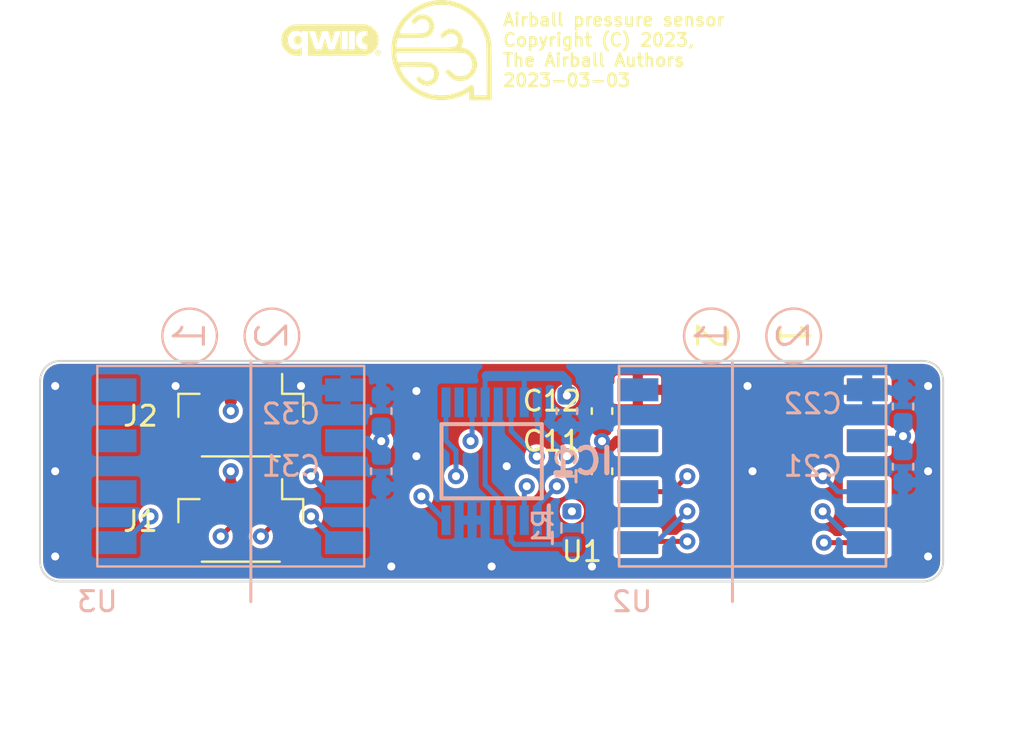
<source format=kicad_pcb>
(kicad_pcb (version 20211014) (generator pcbnew)
  (layers (0 "F.Cu" signal) (1 "In1.Cu" signal) (2 "In2.Cu" signal) (31 "B.Cu" signal) (34 "B.Paste" user) (35 "F.Paste" user) (36 "B.SilkS" user "B.Silkscreen") (37 "F.SilkS" user "F.Silkscreen") (38 "B.Mask" user) (39 "F.Mask" user) (44 "Edge.Cuts" user))
  (net 0 "")
  (net 1 "+3V3")
  (net 2 "GND")
  (net 3 "Net-(IC1-Pad3)")
  (net 5 "/!CS1")
  (net 6 "/MISO")
  (net 7 "/SCLK")
  (net 8 "/!CS0")
  (net 9 "/!CS2")
  (net 10 "/SCL")
  (net 11 "/SDA")
  (footprint "airball-hardware:JST_SH_BM04B-SRSS-TB_1x04-1MP_P1.00mm_Vertical" (layer "F.Cu") (at -12.5 8 180)
    (fp_text reference "J1" (at 5 0) (layer "F.SilkS"))
    (fp_text value "Conn_01x04_Male")
    (fp_line (start -3.11 1.11) (end -2.06 1.11) (layer "F.SilkS") (width 0.12))
    (fp_line (start 3.11 -0.04) (end 3.11 1.11) (layer "F.SilkS") (width 0.12))
    (fp_line (start 3.11 1.11) (end 2.06 1.11) (layer "F.SilkS") (width 0.12))
    (fp_line (start -3.11 -0.04) (end -3.11 1.11) (layer "F.SilkS") (width 0.12))
    (fp_line (start -1.94 -2.01) (end 1.94 -2.01) (layer "F.SilkS") (width 0.12))
    (fp_line (start -2.06 1.11) (end -2.06 2.1) (layer "F.SilkS") (width 0.12))
    (pad "1" smd roundrect (at -1.5 1.325 180) (size 0.6 1.55) (layers "F.Cu" "F.Paste" "F.Mask") (net 10 "/SCL"))
    (pad "2" smd roundrect (at -0.5 1.325 180) (size 0.6 1.55) (layers "F.Cu" "F.Paste" "F.Mask") (net 11 "/SDA"))
    (pad "3" smd roundrect (at 0.5 1.325 180) (size 0.6 1.55) (layers "F.Cu" "F.Paste" "F.Mask") (net 1 "+3V3"))
    (pad "4" smd roundrect (at 1.5 1.325 180) (size 0.6 1.55) (layers "F.Cu" "F.Paste" "F.Mask") (net 2 "GND"))
    (pad "MP" smd roundrect (at -2.8 -1.2 180) (size 1.2 1.8) (layers "F.Cu" "F.Paste" "F.Mask") (roundrect_rratio 0.2083333333))
    (pad "MP" smd roundrect (at 2.8 -1.2 180) (size 1.2 1.8) (layers "F.Cu" "F.Paste" "F.Mask") (roundrect_rratio 0.2083333333))
  )
  (footprint "airball-hardware:TruStability SMT" (layer "F.Cu") (at 13 5.25 -90)
    (fp_text reference "U1" (at 4.25 8.5 unlocked) (layer "F.SilkS"))
    (fp_text value "TruStability_SPI")
    (fp_text user "2" (at -6.5 2.05 -90 unlocked) (layer "F.SilkS") (effects (font (size 1.5 1.5))))
    (fp_text user "1" (at -6.5 -2.05 -90 unlocked) (layer "F.SilkS") (effects (font (size 1.5 1.5))))
    (fp_rect (start -5 -6.65) (end 5 6.65) (layer "F.SilkS") (width 0.12) (fill none))
    (fp_circle (center -6.5 -2.05) (end -5.23 -2.54) (layer "F.SilkS") (width 0.12) (fill none))
    (fp_circle (center -6.5 2.05) (end -5.23 2.54) (layer "F.SilkS") (width 0.12) (fill none))
    (pad "1" smd rect (at -3.81 5.716 270) (size 1.143 2.032) (layers "F.Cu" "F.Paste" "F.Mask") (net 2 "GND"))
    (pad "2" smd rect (at -1.27 5.716 270) (size 1.143 2.032) (layers "F.Cu" "F.Paste" "F.Mask") (net 1 "+3V3"))
    (pad "3" smd rect (at 1.27 5.716 270) (size 1.143 2.032) (layers "F.Cu" "F.Paste" "F.Mask") (net 6 "/MISO"))
    (pad "4" smd rect (at 3.81 5.716 270) (size 1.143 2.032) (layers "F.Cu" "F.Paste" "F.Mask") (net 7 "/SCLK"))
    (pad "5" smd rect (at 3.81 -5.716 270) (size 1.143 2.032) (layers "F.Cu" "F.Paste" "F.Mask") (net 8 "/!CS0"))
    (pad "6" smd rect (at 1.27 -5.716 270) (size 1.143 2.032) (layers "F.Cu" "F.Paste" "F.Mask"))
    (pad "7" smd rect (at -1.27 -5.716 270) (size 1.143 2.032) (layers "F.Cu" "F.Paste" "F.Mask"))
    (pad "8" smd rect (at -3.81 -5.716 270) (size 1.143 2.032) (layers "F.Cu" "F.Paste" "F.Mask"))
  )
  (footprint "airball-hardware:qwiic-logo-5mm" (layer "F.Cu") (at -8 -16)
    (fp_text reference "G***" hide)
    (fp_text value "LOGO" hide)
    (fp_poly (pts (xy 2.391002 0.490621) (xy 2.433185 0.512854) (xy 2.465219 0.547791) (xy 2.485023 0.593698) (xy 2.487537 0.605124) (xy 2.487311 0.647755) (xy 2.473214 0.690485) (xy 2.447903 0.728499) (xy 2.414036 0.756982) (xy 2.399712 0.764207) (xy 2.367973 0.772643) (xy 2.331758 0.775322) (xy 2.298597 0.772133) (xy 2.280482 0.765948) (xy 2.239392 0.735242) (xy 2.210759 0.696987) (xy 2.195297 0.6542) (xy 2.194428 0.629796) (xy 2.228751 0.629796) (xy 2.229796 0.660219) (xy 2.23449 0.680223) (xy 2.245172 0.696585) (xy 2.25564 0.707684) (xy 2.289668 0.731342) (xy 2.32909 0.742647) (xy 2.369085 0.741273) (xy 2.404832 0.726892) (xy 2.415634 0.718556) (xy 2.442597 0.683978) (xy 2.45497 0.645061) (xy 2.453503 0.605341) (xy 2.438945 0.568355) (xy 2.412046 0.537639) (xy 2.373555 0.516731) (xy 2.372795 0.516478) (xy 2.333014 0.512001) (xy 2.293219 0.523349) (xy 2.256919 0.549464) (xy 2.254258 0.552173) (xy 2.239441 0.569905) (xy 2.231768 0.587701) (xy 2.228998 0.612379) (xy 2.228751 0.629796) (xy 2.194428 0.629796) (xy 2.193719 0.609903) (xy 2.206736 0.567115) (xy 2.226595 0.537729) (xy 2.261733 0.505363) (xy 2.299102 0.487817) (xy 2.34075 0.482825)) (layer "F.SilkS") (width 0) (fill solid))
    (fp_poly (pts (xy 2.36562 0.556898) (xy 2.391428 0.570924) (xy 2.403892 0.591968) (xy 2.401578 0.618125) (xy 2.391708 0.636627) (xy 2.382757 0.652138) (xy 2.384861 0.663157) (xy 2.391708 0.671557) (xy 2.403813 0.688062) (xy 2.401607 0.696387) (xy 2.38807 0.698371) (xy 2.370897 0.690746) (xy 2.360821 0.676816) (xy 2.347726 0.66005) (xy 2.332747 0.655818) (xy 2.320976 0.664385) (xy 2.317725 0.674573) (xy 2.309634 0.690998) (xy 2.299881 0.69676) (xy 2.292551 0.696394) (xy 2.28805 0.689779) (xy 2.285712 0.673766) (xy 2.284865 0.645206) (xy 2.284793 0.625717) (xy 2.284793 0.603531) (xy 2.31928 0.603531) (xy 2.320965 0.622114) (xy 2.329159 0.628372) (xy 2.34299 0.627813) (xy 2.36075 0.622323) (xy 2.366543 0.608332) (xy 2.366701 0.603531) (xy 2.362909 0.586949) (xy 2.348252 0.579996) (xy 2.34299 0.579248) (xy 2.326508 0.57927) (xy 2.320187 0.587878) (xy 2.31928 0.603531) (xy 2.284793 0.603531) (xy 2.284793 0.551799) (xy 2.327902 0.551799)) (layer "F.SilkS") (width 0) (fill solid))
    (fp_poly (pts (xy 1.776103 -0.76945) (xy 1.885836 -0.731874) (xy 1.988013 -0.679972) (xy 2.081154 -0.614997) (xy 2.163778 -0.538204) (xy 2.234407 -0.450847) (xy 2.291558 -0.354179) (xy 2.307813 -0.319052) (xy 2.3313 -0.260558) (xy 2.347879 -0.207982) (xy 2.358849 -0.155332) (xy 2.365504 -0.096619) (xy 2.368733 -0.037582) (xy 2.366832 0.074852) (xy 2.351831 0.178038) (xy 2.322965 0.274775) (xy 2.279473 0.367859) (xy 2.24112 0.430548) (xy 2.169506 0.522385) (xy 2.086038 0.602032) (xy 1.99174 0.668764) (xy 1.887637 0.721855) (xy 1.774754 0.760579) (xy 1.774533 0.760639) (xy 1.702817 0.779815) (xy 0.273744 0.782423) (xy -1.155329 0.78503) (xy -1.155329 -0.448336) (xy -1.111968 -0.448336) (xy -1.096169 -0.407383) (xy -1.090145 -0.391318) (xy -1.07886 -0.360778) (xy -1.062948 -0.317493) (xy -1.043044 -0.263195) (xy -1.019779 -0.199612) (xy -0.993788 -0.128475) (xy -0.965705 -0.051515) (xy -0.936162 0.029539) (xy -0.930434 0.045265) (xy -0.780499 0.456959) (xy -0.483733 0.456959) (xy -0.445155 0.334097) (xy -0.428553 0.281096) (xy -0.408905 0.218167) (xy -0.388252 0.151857) (xy -0.368634 0.088716) (xy -0.361178 0.064664) (xy -0.346258 0.017023) (xy -0.332833 -0.024848) (xy -0.321816 -0.058183) (xy -0.31412 -0.080214) (xy -0.310826 -0.088045) (xy -0.307054 -0.081927) (xy -0.299116 -0.061459) (xy -0.287753 -0.028819) (xy -0.273707 0.013813) (xy -0.257721 0.064258) (xy -0.246206 0.101636) (xy -0.227628 0.162548) (xy -0.209118 0.223138) (xy -0.191799 0.279731) (xy -0.176799 0.328647) (xy -0.165242 0.366211) (xy -0.161845 0.377207) (xy -0.137151 0.456959) (xy 0.160255 0.456959) (xy 0.525933 0.456959) (xy 0.827699 0.456959) (xy 0.87943 0.456959) (xy 1.181195 0.456959) (xy 1.181195 -0.029315) (xy 1.236328 -0.029315) (xy 1.237123 0.055178) (xy 1.251172 0.138177) (xy 1.278713 0.216918) (xy 1.309003 0.272502) (xy 1.361047 0.33783) (xy 1.423955 0.389951) (xy 1.497195 0.428596) (xy 1.580233 0.453498) (xy 1.672534 0.464389) (xy 1.69204 0.464862) (xy 1.767481 0.465581) (xy 1.767481 0.22653) (xy 1.711176 0.22201) (xy 1.658574 0.212733) (xy 1.617858 0.193024) (xy 1.58578 0.160709) (xy 1.563675 0.123351) (xy 1.54438 0.067836) (xy 1.537563 0.008968) (xy 1.542691 -0.049385) (xy 1.559231 -0.103358) (xy 1.586652 -0.149085) (xy 1.603681 -0.167114) (xy 1.6459 -0.195529) (xy 1.693605 -0.21161) (xy 1.735693 -0.213869) (xy 1.76317 -0.211235) (xy 1.765563 -0.334097) (xy 1.767955 -0.456958) (xy 1.739697 -0.458326) (xy 1.641868 -0.45596) (xy 1.552416 -0.439135) (xy 1.471895 -0.408042) (xy 1.400859 -0.362874) (xy 1.360896 -0.32694) (xy 1.31107 -0.264115) (xy 1.273541 -0.191726) (xy 1.248547 -0.112538) (xy 1.236328 -0.029315) (xy 1.181195 -0.029315) (xy 1.181195 -0.448336) (xy 0.87943 -0.448336) (xy 0.87943 0.456959) (xy 0.827699 0.456959) (xy 0.827699 -0.448336) (xy 0.525933 -0.448336) (xy 0.525933 0.456959) (xy 0.160255 0.456959) (xy 0.301336 0.071131) (xy 0.330669 -0.009089) (xy 0.358987 -0.086535) (xy 0.385576 -0.159254) (xy 0.409721 -0.225289) (xy 0.430707 -0.282685) (xy 0.447819 -0.329486) (xy 0.460341 -0.363737) (xy 0.466915 -0.38172) (xy 0.491413 -0.448743) (xy 0.343832 -0.446384) (xy 0.196252 -0.444025) (xy 0.109325 -0.148727) (xy 0.089161 -0.080665) (xy 0.070391 -0.018144) (xy 0.053591 0.036982) (xy 0.039336 0.082859) (xy 0.028203 0.11763) (xy 0.020768 0.139441) (xy 0.017666 0.146468) (xy 0.014273 0.138461) (xy 0.006718 0.115726) (xy -0.004437 0.080117) (xy -0.018626 0.033489) (xy -0.035284 -0.022305) (xy -0.053848 -0.085408) (xy -0.072891 -0.150986) (xy -0.158715 -0.448336) (xy -0.446999 -0.448336) (xy -0.455912 -0.420315) (xy -0.46083 -0.404077) (xy -0.470157 -0.372493) (xy -0.483538 -0.326787) (xy -0.500615 -0.268187) (xy -0.521032 -0.197917) (xy -0.544433 -0.117203) (xy -0.570461 -0.027271) (xy -0.598761 0.070654) (xy -0.610482 0.111249) (xy -0.623928 0.157834) (xy -0.633982 0.128493) (xy -0.638807 0.113255) (xy -0.647817 0.083679) (xy -0.660353 0.041976) (xy -0.675753 -0.009642) (xy -0.693358 -0.068966) (xy -0.712506 -0.133784) (xy -0.72452 -0.174592) (xy -0.805005 -0.448336) (xy -1.111968 -0.448336) (xy -1.155329 -0.448336) (xy -1.457094 -0.448336) (xy -1.457094 -0.396605) (xy -1.458935 -0.366589) (xy -1.463801 -0.348503) (xy -1.47071 -0.344045) (xy -1.478678 -0.354915) (xy -1.479726 -0.357503) (xy -1.49023 -0.369968) (xy -1.511707 -0.387062) (xy -1.539644 -0.405816) (xy -1.569535 -0.423266) (xy -1.596868 -0.436443) (xy -1.603666 -0.43904) (xy -1.679573 -0.457164) (xy -1.75704 -0.460035) (xy -1.83351 -0.448594) (xy -1.90643 -0.423786) (xy -1.973242 -0.386552) (xy -2.031393 -0.337837) (xy -2.078327 -0.278583) (xy -2.089349 -0.259794) (xy -2.118954 -0.189496) (xy -2.137877 -0.109726) (xy -2.146123 -0.024549) (xy -2.143695 0.061974) (xy -2.130597 0.145779) (xy -2.106832 0.222804) (xy -2.08887 0.261454) (xy -2.05831 0.307528) (xy -2.017879 0.352921) (xy -1.972615 0.392714) (xy -1.927554 0.421991) (xy -1.921144 0.425162) (xy -1.864521 0.447559) (xy -1.807323 0.460438) (xy -1.743567 0.464866) (xy -1.703274 0.464075) (xy -1.633708 0.45589) (xy -1.574944 0.436987) (xy -1.523195 0.405841) (xy -1.492361 0.379119) (xy -1.457094 0.344894) (xy -1.457094 0.78459) (xy -1.605822 0.783737) (xy -1.661069 0.782787) (xy -1.716201 0.780726) (xy -1.76642 0.777808) (xy -1.806926 0.77429) (xy -1.823813 0.772117) (xy -1.934947 0.746315) (xy -2.039968 0.704917) (xy -2.137583 0.648885) (xy -2.226498 0.57918) (xy -2.305421 0.496762) (xy -2.373056 0.402592) (xy -2.409694 0.336855) (xy -2.449001 0.239956) (xy -2.474337 0.136188) (xy -2.4857 0.028575) (xy -2.483085 -0.079863) (xy -2.466491 -0.186103) (xy -2.435912 -0.287121) (xy -2.410458 -0.344755) (xy -2.349228 -0.449035) (xy -2.2768 -0.540203) (xy -2.193206 -0.618235) (xy -2.09848 -0.683103) (xy -1.992654 -0.734782) (xy -1.875761 -0.773244) (xy -1.87299 -0.773961) (xy -1.865411 -0.775707) (xy -1.856339 -0.777313) (xy -1.845058 -0.778783) (xy -1.830852 -0.780124) (xy -1.813003 -0.781342) (xy -1.790795 -0.782442) (xy -1.763513 -0.783431) (xy -1.730438 -0.784315) (xy -1.690854 -0.785098) (xy -1.644046 -0.785788) (xy -1.589295 -0.78639) (xy -1.525887 -0.78691) (xy -1.453103 -0.787354) (xy -1.370229 -0.787727) (xy -1.276546 -0.788036) (xy -1.171338 -0.788287) (xy -1.05389 -0.788485) (xy -0.923483 -0.788637) (xy -0.779403 -0.788747) (xy -0.620931 -0.788823) (xy -0.447352 -0.78887) (xy -0.257949 -0.788893) (xy -0.056042 -0.7889) (xy 1.702817 -0.7889)) (layer "F.SilkS") (width 0) (fill solid))
    (fp_poly (pts (xy -1.618118 -0.212347) (xy -1.571458 -0.198215) (xy -1.52945 -0.17008) (xy -1.525446 -0.166537) (xy -1.4938 -0.129421) (xy -1.473413 -0.084262) (xy -1.463378 -0.028493) (xy -1.461959 0.012933) (xy -1.463783 0.055827) (xy -1.469276 0.088366) (xy -1.479686 0.117265) (xy -1.482427 0.123115) (xy -1.514285 0.170942) (xy -1.555986 0.205725) (xy -1.605018 0.226432) (xy -1.658868 0.232032) (xy -1.715025 0.221494) (xy -1.718878 0.220161) (xy -1.762899 0.195792) (xy -1.801157 0.15734) (xy -1.822047 0.125017) (xy -1.831303 0.104458) (xy -1.836962 0.08167) (xy -1.839816 0.051702) (xy -1.840655 0.0096) (xy -1.840657 0.008439) (xy -1.840093 -0.032801) (xy -1.837633 -0.062256) (xy -1.832324 -0.085358) (xy -1.823214 -0.107539) (xy -1.818741 -0.116499) (xy -1.786626 -0.162612) (xy -1.745208 -0.194222) (xy -1.694631 -0.211232) (xy -1.673599 -0.213807)) (layer "F.SilkS") (width 0) (fill solid))
  )
  (footprint "Capacitor_SMD:C_0603_1608Metric" (layer "F.Cu") (at 5.5 5.5 -90)
    (fp_text reference "C11" (at -1.5 2.5 -180) (layer "F.SilkS"))
    (fp_text value "0.1uF")
    (fp_line (start -0.14058 0.51) (end 0.14058 0.51) (layer "F.SilkS") (width 0.12))
    (fp_line (start -0.14058 -0.51) (end 0.14058 -0.51) (layer "F.SilkS") (width 0.12))
    (pad "1" smd roundrect (at -0.775 0 270) (size 0.9 0.95) (layers "F.Cu" "F.Paste" "F.Mask") (net 1 "+3V3"))
    (pad "2" smd roundrect (at 0.775 0 270) (size 0.9 0.95) (layers "F.Cu" "F.Paste" "F.Mask") (net 2 "GND"))
  )
  (footprint "airball-hardware:JST_SH_BM04B-SRSS-TB_1x04-1MP_P1.00mm_Vertical" (layer "F.Cu") (at -12.5 2.75 180)
    (fp_text reference "J2" (at 5 0) (layer "F.SilkS"))
    (fp_text value "Conn_01x04_Male")
    (fp_line (start 3.11 -0.04) (end 3.11 1.11) (layer "F.SilkS") (width 0.12))
    (fp_line (start -1.94 -2.01) (end 1.94 -2.01) (layer "F.SilkS") (width 0.12))
    (fp_line (start -3.11 -0.04) (end -3.11 1.11) (layer "F.SilkS") (width 0.12))
    (fp_line (start -3.11 1.11) (end -2.06 1.11) (layer "F.SilkS") (width 0.12))
    (fp_line (start 3.11 1.11) (end 2.06 1.11) (layer "F.SilkS") (width 0.12))
    (fp_line (start -2.06 1.11) (end -2.06 2.1) (layer "F.SilkS") (width 0.12))
    (pad "1" smd roundrect (at -1.5 1.325 180) (size 0.6 1.55) (layers "F.Cu" "F.Paste" "F.Mask") (net 10 "/SCL"))
    (pad "2" smd roundrect (at -0.5 1.325 180) (size 0.6 1.55) (layers "F.Cu" "F.Paste" "F.Mask") (net 11 "/SDA"))
    (pad "3" smd roundrect (at 0.5 1.325 180) (size 0.6 1.55) (layers "F.Cu" "F.Paste" "F.Mask") (net 1 "+3V3"))
    (pad "4" smd roundrect (at 1.5 1.325 180) (size 0.6 1.55) (layers "F.Cu" "F.Paste" "F.Mask") (net 2 "GND"))
    (pad "MP" smd roundrect (at -2.8 -1.2 180) (size 1.2 1.8) (layers "F.Cu" "F.Paste" "F.Mask") (roundrect_rratio 0.2083333333))
    (pad "MP" smd roundrect (at 2.8 -1.2 180) (size 1.2 1.8) (layers "F.Cu" "F.Paste" "F.Mask") (roundrect_rratio 0.2083333333))
  )
  (footprint "Capacitor_SMD:C_0603_1608Metric" (layer "F.Cu") (at 5.5 2.5 90)
    (fp_text reference "C12" (at 0.5 -2.5 180) (layer "F.SilkS"))
    (fp_text value "4.7uF")
    (fp_line (start -0.14058 -0.51) (end 0.14058 -0.51) (layer "F.SilkS") (width 0.12))
    (fp_line (start -0.14058 0.51) (end 0.14058 0.51) (layer "F.SilkS") (width 0.12))
    (pad "1" smd roundrect (at -0.775 0 90) (size 0.9 0.95) (layers "F.Cu" "F.Paste" "F.Mask") (net 1 "+3V3"))
    (pad "2" smd roundrect (at 0.775 0 90) (size 0.9 0.95) (layers "F.Cu" "F.Paste" "F.Mask") (net 2 "GND"))
  )
  (footprint "airball-hardware:airball-logo-5mm" (layer "F.Cu") (at -2.5 -15.5)
    (fp_text reference "G***" hide)
    (fp_text value "LOGO" hide)
    (fp_poly (pts (xy 0.457393 -2.458507) (xy 0.795243 -2.371129) (xy 1.122553 -2.236779) (xy 1.306838 -2.136907) (xy 1.470307 -2.024633) (xy 1.643251 -1.879678) (xy 1.813315 -1.714395) (xy 1.968145 -1.541141) (xy 2.095385 -1.37227) (xy 2.136906 -1.306839) (xy 2.205555 -1.181269) (xy 2.275779 -1.036648) (xy 2.334211 -0.900781) (xy 2.342694 -0.878738) (xy 2.375195 -0.790116) (xy 2.402973 -0.707413) (xy 2.426398 -0.625961) (xy 2.445839 -0.541089) (xy 2.461665 -0.448128) (xy 2.474246 -0.342407) (xy 2.483952 -0.219256) (xy 2.49115 -0.074006) (xy 2.496211 0.098013) (xy 2.499503 0.301471) (xy 2.501396 0.541039) (xy 2.50226 0.821386) (xy 2.502463 1.141898) (xy 2.502463 2.502463) (xy 1.376354 2.502463) (xy 1.376354 2.099619) (xy 1.215782 2.189416) (xy 0.918799 2.328034) (xy 0.598738 2.427153) (xy 0.265177 2.485201) (xy -0.072308 2.500609) (xy -0.404138 2.471804) (xy -0.454218 2.463323) (xy -0.785436 2.378584) (xy -1.098718 2.24943) (xy -1.390322 2.079439) (xy -1.656501 1.872192) (xy -1.893511 1.631269) (xy -2.097608 1.36025) (xy -2.265046 1.062714) (xy -2.392081 0.742241) (xy -2.442049 0.563054) (xy -2.469728 0.402755) (xy -2.486429 0.209857) (xy -2.488738 0.125123) (xy -2.257984 0.125123) (xy -2.240912 0.269014) (xy -2.226657 0.368793) (xy -2.209103 0.46475) (xy -2.199394 0.507243) (xy -2.174948 0.60158) (xy -1.373138 0.599879) (xy -1.150798 0.599543) (xy -0.972669 0.5998) (xy -0.83291 0.600977) (xy -0.725684 0.603404) (xy -0.645151 0.607409) (xy -0.585473 0.61332) (xy -0.540811 0.621465) (xy -0.505327 0.632174) (xy -0.473181 0.645774) (xy -0.461936 0.651134) (xy -0.341797 0.730886) (xy -0.236001 0.840442) (xy -0.161781 0.961798) (xy -0.15953 0.96708) (xy -0.140095 1.039582) (xy -0.127878 1.135334) (xy -0.125673 1.194122) (xy -0.14804 1.35949) (xy -0.2091 1.50177) (xy -0.301803 1.618172) (xy -0.419096 1.705911) (xy -0.553926 1.762199) (xy -0.699242 1.784249) (xy -0.847991 1.769272) (xy -0.99312 1.714483) (xy -1.127578 1.617093) (xy -1.147164 1.597848) (xy -1.219339 1.507394) (xy -1.244714 1.430336) (xy -1.223949 1.364183) (xy -1.212782 1.350321) (xy -1.153159 1.307729) (xy -1.09274 1.313414) (xy -1.028527 1.36792) (xy -1.01348 1.386666) (xy -0.942903 1.453787) (xy -0.849685 1.510512) (xy -0.754712 1.545565) (xy -0.708085 1.551527) (xy -0.633991 1.534448) (xy -0.547306 1.491176) (xy -0.467846 1.433659) (xy -0.416531 1.375751) (xy -0.381349 1.280403) (xy -0.371921 1.170921) (xy -0.388131 1.067877) (xy -0.418624 1.005036) (xy -0.474493 0.942965) (xy -0.535121 0.88992) (xy -0.557366 0.875049) (xy -0.583701 0.863232) (xy -0.619971 0.854036) (xy -0.67202 0.847022) (xy -0.745695 0.841756) (xy -0.84684 0.8378) (xy -0.981301 0.834719) (xy -1.154923 0.832077) (xy -1.340619 0.829816) (xy -1.559338 0.827155) (xy -1.73258 0.825583) (xy -1.864916 0.826294) (xy -1.96092 0.830484) (xy -2.025162 0.839346) (xy -2.062216 0.854075) (xy -2.076652 0.875867) (xy -2.073044 0.905915) (xy -2.055963 0.945414) (xy -2.02998 0.995559) (xy -2.023473 1.008238) (xy -1.854289 1.287014) (xy -1.646091 1.539018) (xy -1.404404 1.759991) (xy -1.134754 1.945679) (xy -0.842665 2.091825) (xy -0.533663 2.194173) (xy -0.462566 2.210688) (xy -0.298845 2.235172) (xy -0.105978 2.247457) (xy 0.096631 2.247506) (xy 0.289578 2.23528) (xy 0.445242 2.212471) (xy 0.767539 2.120692) (xy 1.073003 1.982121) (xy 1.251392 1.874045) (xy 1.34524 1.813176) (xy 1.425637 1.764547) (xy 1.482461 1.734077) (xy 1.503375 1.726699) (xy 1.545303 1.742269) (xy 1.580837 1.768115) (xy 1.603685 1.797444) (xy 1.617619 1.842339) (xy 1.624602 1.914071) (xy 1.626597 2.02391) (xy 1.626601 2.030873) (xy 1.626601 2.252216) (xy 2.254655 2.252216) (xy 2.246157 0.919655) (xy 2.244232 0.62685) (xy 2.242372 0.379568) (xy 2.240385 0.173282) (xy 2.238078 0.003464) (xy 2.23526 -0.134411) (xy 2.231739 -0.244869) (xy 2.227321 -0.332439) (xy 2.221814 -0.401645) (xy 2.215027 -0.457014) (xy 2.206767 -0.503074) (xy 2.196841 -0.54435) (xy 2.185058 -0.585368) (xy 2.181759 -0.596246) (xy 2.057672 -0.92331) (xy 1.894957 -1.220827) (xy 1.695972 -1.486436) (xy 1.463077 -1.717778) (xy 1.19863 -1.912493) (xy 0.904991 -2.068221) (xy 0.600591 -2.17806) (xy 0.421707 -2.216324) (xy 0.213011 -2.24027) (xy -0.007157 -2.249222) (xy -0.220457 -2.242506) (xy -0.408547 -2.219446) (xy -0.426863 -2.215892) (xy -0.741122 -2.128058) (xy -1.039389 -1.997098) (xy -1.315952 -1.827094) (xy -1.565099 -1.622128) (xy -1.781119 -1.38628) (xy -1.9583 -1.123631) (xy -1.96024 -1.120204) (xy -2.012561 -1.028881) (xy -2.050937 -0.958169) (xy -2.071108 -0.905546) (xy -2.068813 -0.868493) (xy -2.039793 -0.84449) (xy -1.979788 -0.831015) (xy -1.884537 -0.82555) (xy -1.74978 -0.825573) (xy -1.571258 -0.828564) (xy -1.470197 -0.830291) (xy -1.272792 -0.83391) (xy -1.11905 -0.838074) (xy -1.002585 -0.843262) (xy -0.91701 -0.849952) (xy -0.855938 -0.858625) (xy -0.812985 -0.869758) (xy -0.785736 -0.881628) (xy -0.690441 -0.95733) (xy -0.631139 -1.055404) (xy -0.606768 -1.165598) (xy -0.616263 -1.277656) (xy -0.658562 -1.381326) (xy -0.732601 -1.466351) (xy -0.837316 -1.522479) (xy -0.852665 -1.526995) (xy -0.984672 -1.539383) (xy -1.106509 -1.502788) (xy -1.217995 -1.417271) (xy -1.232617 -1.401566) (xy -1.295092 -1.33711) (xy -1.341301 -1.307683) (xy -1.384805 -1.308121) (xy -1.42805 -1.327186) (xy -1.469308 -1.374035) (xy -1.474337 -1.443515) (xy -1.444278 -1.524967) (xy -1.40028 -1.586494) (xy -1.279201 -1.689526) (xy -1.136858 -1.754586) (xy -0.983149 -1.781723) (xy -0.827972 -1.770987) (xy -0.681224 -1.722428) (xy -0.552804 -1.636096) (xy -0.501161 -1.581963) (xy -0.43555 -1.481304) (xy -0.383652 -1.362688) (xy -0.354081 -1.247857) (xy -0.350345 -1.201267) (xy -0.369287 -1.070093) (xy -0.419805 -0.934243) (xy -0.492441 -0.817105) (xy -0.516994 -0.789249) (xy -0.569483 -0.737098) (xy -0.618741 -0.695624) (xy -0.671136 -0.6636) (xy -0.73304 -0.639801) (xy -0.810821 -0.622999) (xy -0.91085 -0.61197) (xy -1.039498 -0.605486) (xy -1.203135 -0.602322) (xy -1.40813 -0.601251) (xy -1.494258 -0.601141) (xy -2.175214 -0.600592) (xy -2.199527 -0.506749) (xy -2.216584 -0.426703) (xy -2.233319 -0.325831) (xy -2.240912 -0.269015) (xy -2.257984 -0.125124) (xy -0.852479 -0.125124) (xy -0.544317 -0.125119) (xy -0.282139 -0.125331) (xy -0.06188 -0.126103) (xy 0.120528 -0.127776) (xy 0.269148 -0.130691) (xy 0.388047 -0.13519) (xy 0.48129 -0.141614) (xy 0.552943 -0.150304) (xy 0.607071 -0.161603) (xy 0.64774 -0.175851) (xy 0.679016 -0.193391) (xy 0.704963 -0.214563) (xy 0.729648 -0.23971) (xy 0.748077 -0.259565) (xy 0.799462 -0.34754) (xy 0.820864 -0.458031) (xy 0.810669 -0.572318) (xy 0.781626 -0.648707) (xy 0.701379 -0.746276) (xy 0.592808 -0.80413) (xy 0.461232 -0.819609) (xy 0.442451 -0.818347) (xy 0.362756 -0.805276) (xy 0.299314 -0.775519) (xy 0.230914 -0.718372) (xy 0.216282 -0.704197) (xy 0.126202 -0.630318) (xy 0.052343 -0.602357) (xy -0.007399 -0.619658) (xy -0.02002 -0.630621) (xy -0.048193 -0.68902) (xy -0.036616 -0.759315) (xy 0.007858 -0.835154) (xy 0.078374 -0.910179) (xy 0.168081 -0.978037) (xy 0.270126 -1.032371) (xy 0.377655 -1.066828) (xy 0.460052 -1.075815) (xy 0.613275 -1.058549) (xy 0.748045 -1.002485) (xy 0.876208 -0.902477) (xy 0.889759 -0.889223) (xy 0.996918 -0.751856) (xy 1.059151 -0.601425) (xy 1.075209 -0.444466) (xy 1.043841 -0.287515) (xy 1.016933 -0.224591) (xy 0.990184 -0.169392) (xy 0.976446 -0.137957) (xy 0.97596 -0.135991) (xy 0.99805 -0.128484) (xy 1.053659 -0.117197) (xy 1.082315 -0.112322) (xy 1.26694 -0.059482) (xy 1.435336 0.038117) (xy 1.522441 0.111233) (xy 1.649868 0.262369) (xy 1.735193 0.432893) (xy 1.778415 0.61513) (xy 1.779534 0.801408) (xy 1.738549 0.984053) (xy 1.655462 1.155392) (xy 1.530272 1.307751) (xy 1.522441 1.31517) (xy 1.392267 1.422164) (xy 1.265188 1.490796) (xy 1.124862 1.527453) (xy 0.954946 1.538521) (xy 0.950936 1.538525) (xy 0.822757 1.534654) (xy 0.726653 1.521145) (xy 0.645114 1.495162) (xy 0.622552 1.485284) (xy 0.494833 1.409637) (xy 0.371601 1.307508) (xy 0.271915 1.195435) (xy 0.248345 1.160569) (xy 0.215862 1.102627) (xy 0.209874 1.064362) (xy 0.228556 1.024183) (xy 0.235863 1.01284) (xy 0.279335 0.966151) (xy 0.32943 0.955688) (xy 0.391906 0.983189) (xy 0.472519 1.050394) (xy 0.520943 1.098925) (xy 0.624684 1.196266) (xy 0.713127 1.254805) (xy 0.763251 1.273958) (xy 0.938656 1.299163) (xy 1.102327 1.280779) (xy 1.248307 1.223126) (xy 1.370642 1.13052) (xy 1.463377 1.007278) (xy 1.520555 0.857717) (xy 1.536753 0.713202) (xy 1.51657 0.551796) (xy 1.453609 0.410068) (xy 1.347173 0.282591) (xy 1.315715 0.252509) (xy 1.286011 0.226524) (xy 1.254343 0.204336) (xy 1.216991 0.185645) (xy 1.170236 0.170151) (xy 1.110359 0.157555) (xy 1.033642 0.147556) (xy 0.936365 0.139856) (xy 0.814809 0.134154) (xy 0.665255 0.130151) (xy 0.483984 0.127546) (xy 0.267277 0.126041) (xy 0.011415 0.125335) (xy -0.287321 0.125129) (xy -0.606621 0.125123) (xy -2.257984 0.125123) (xy -2.488738 0.125123) (xy -2.492131 0.000595) (xy -2.486815 -0.208795) (xy -2.47046 -0.402077) (xy -2.443478 -0.561171) (xy -2.342544 -0.88564) (xy -2.197779 -1.193381) (xy -2.013396 -1.479521) (xy -1.793608 -1.739188) (xy -1.542626 -1.967509) (xy -1.264663 -2.159614) (xy -0.96393 -2.310628) (xy -0.913618 -2.330792) (xy -0.576503 -2.435054) (xy -0.23277 -2.490843) (xy 0.113292 -2.498536)) (layer "F.SilkS") (width 0) (fill solid))
  )
  (footprint "Capacitor_SMD:C_0603_1608Metric" (layer "B.Cu") (at -5.5 5.5 -90)
    (fp_text reference "C31" (at -0.25 4.5 180) (layer "B.SilkS") (effects (justify mirror)))
    (fp_text value "0.1uF")
    (fp_line (start -0.14058 -0.51) (end 0.14058 -0.51) (layer "B.SilkS") (width 0.12))
    (fp_line (start -0.14058 0.51) (end 0.14058 0.51) (layer "B.SilkS") (width 0.12))
    (pad "1" smd roundrect (at -0.775 0 270) (size 0.9 0.95) (layers "B.Cu" "B.Paste" "B.Mask") (net 1 "+3V3"))
    (pad "2" smd roundrect (at 0.775 0 270) (size 0.9 0.95) (layers "B.Cu" "B.Paste" "B.Mask") (net 2 "GND"))
  )
  (footprint "Capacitor_SMD:C_0603_1608Metric" (layer "B.Cu") (at 20.5 5.275 -90)
    (fp_text reference "C21" (at -0.025 4.5 180) (layer "B.SilkS") (effects (justify mirror)))
    (fp_text value "0.1uF")
    (fp_line (start -0.14058 0.51) (end 0.14058 0.51) (layer "B.SilkS") (width 0.12))
    (fp_line (start -0.14058 -0.51) (end 0.14058 -0.51) (layer "B.SilkS") (width 0.12))
    (pad "1" smd roundrect (at -0.775 0 270) (size 0.9 0.95) (layers "B.Cu" "B.Paste" "B.Mask") (net 1 "+3V3"))
    (pad "2" smd roundrect (at 0.775 0 270) (size 0.9 0.95) (layers "B.Cu" "B.Paste" "B.Mask") (net 2 "GND"))
  )
  (footprint "Capacitor_SMD:C_0603_1608Metric" (layer "B.Cu") (at -5.5 2.5 90)
    (fp_text reference "C32" (at -0.14058 -4.5 180) (layer "B.SilkS") (effects (justify mirror)))
    (fp_text value "4.7uF")
    (fp_line (start -0.14058 -0.51) (end 0.14058 -0.51) (layer "B.SilkS") (width 0.12))
    (fp_line (start -0.14058 0.51) (end 0.14058 0.51) (layer "B.SilkS") (width 0.12))
    (pad "1" smd roundrect (at -0.775 0 90) (size 0.9 0.95) (layers "B.Cu" "B.Paste" "B.Mask") (net 1 "+3V3"))
    (pad "2" smd roundrect (at 0.775 0 90) (size 0.9 0.95) (layers "B.Cu" "B.Paste" "B.Mask") (net 2 "GND"))
  )
  (footprint "Capacitor_SMD:C_0603_1608Metric" (layer "B.Cu") (at 3.75 2.5 -90)
    (fp_text reference "C1" (at 2.75 0 90) (layer "B.SilkS") (effects (justify mirror)))
    (fp_text value "0.1uF")
    (fp_line (start -0.14058 -0.51) (end 0.14058 -0.51) (layer "B.SilkS") (width 0.12))
    (fp_line (start -0.14058 0.51) (end 0.14058 0.51) (layer "B.SilkS") (width 0.12))
    (pad "1" smd roundrect (at -0.775 0 270) (size 0.9 0.95) (layers "B.Cu" "B.Paste" "B.Mask") (net 1 "+3V3"))
    (pad "2" smd roundrect (at 0.775 0 270) (size 0.9 0.95) (layers "B.Cu" "B.Paste" "B.Mask") (net 2 "GND"))
  )
  (footprint "airball-hardware:TruStability SMT" (layer "B.Cu") (at 13 5.25 -90)
    (fp_text reference "U2" (at 6.75 6 unlocked) (layer "B.SilkS") (effects (justify mirror)))
    (fp_text value "TruStability_SPI")
    (fp_text user "1" (at -6.5 2.05 90 unlocked) (layer "B.SilkS") (effects (font (size 1.5 1.5)) (justify mirror)))
    (fp_text user "2" (at -6.5 -2.05 90 unlocked) (layer "B.SilkS") (effects (font (size 1.5 1.5)) (justify mirror)))
    (fp_rect (start -5 6.65) (end 5 -6.65) (layer "B.SilkS") (width 0.12) (fill none))
    (fp_circle (center -6.5 2.05) (end -5.23 2.54) (layer "B.SilkS") (width 0.12) (fill none))
    (fp_circle (center -6.5 -2.05) (end -5.23 -2.54) (layer "B.SilkS") (width 0.12) (fill none))
    (pad "1" smd rect (at -3.81 -5.716 270) (size 1.143 2.032) (layers "B.Cu" "B.Paste" "B.Mask") (net 2 "GND"))
    (pad "2" smd rect (at -1.27 -5.716 270) (size 1.143 2.032) (layers "B.Cu" "B.Paste" "B.Mask") (net 1 "+3V3"))
    (pad "3" smd rect (at 1.27 -5.716 270) (size 1.143 2.032) (layers "B.Cu" "B.Paste" "B.Mask") (net 6 "/MISO"))
    (pad "4" smd rect (at 3.81 -5.716 270) (size 1.143 2.032) (layers "B.Cu" "B.Paste" "B.Mask") (net 7 "/SCLK"))
    (pad "5" smd rect (at 3.81 5.716 270) (size 1.143 2.032) (layers "B.Cu" "B.Paste" "B.Mask") (net 5 "/!CS1"))
    (pad "6" smd rect (at 1.27 5.716 270) (size 1.143 2.032) (layers "B.Cu" "B.Paste" "B.Mask"))
    (pad "7" smd rect (at -1.27 5.716 270) (size 1.143 2.032) (layers "B.Cu" "B.Paste" "B.Mask"))
    (pad "8" smd rect (at -3.81 5.716 270) (size 1.143 2.032) (layers "B.Cu" "B.Paste" "B.Mask"))
  )
  (footprint "Capacitor_SMD:C_0603_1608Metric" (layer "B.Cu") (at 20.5 2.275 90)
    (fp_text reference "C22" (at 0.14058 -4.5 180) (layer "B.SilkS") (effects (justify mirror)))
    (fp_text value "4.7uF")
    (fp_line (start -0.14058 -0.51) (end 0.14058 -0.51) (layer "B.SilkS") (width 0.12))
    (fp_line (start -0.14058 0.51) (end 0.14058 0.51) (layer "B.SilkS") (width 0.12))
    (pad "1" smd roundrect (at -0.775 0 90) (size 0.9 0.95) (layers "B.Cu" "B.Paste" "B.Mask") (net 1 "+3V3"))
    (pad "2" smd roundrect (at 0.775 0 90) (size 0.9 0.95) (layers "B.Cu" "B.Paste" "B.Mask") (net 2 "GND"))
  )
  (footprint "airball-hardware:SOP65P640X110-16N" (layer "B.Cu") (at 0 5 90)
    (fp_text reference "IC1" (at 0 4.5 180) (layer "B.SilkS") (effects (font (size 1.27 1.27) (thickness 0.254)) (justify mirror)))
    (fp_text value "SC18IS606PWJ" hide)
    (fp_line (start -1.85 2.5) (end 1.85 2.5) (layer "B.SilkS") (width 0.2))
    (fp_line (start -1.85 -2.5) (end -1.85 2.5) (layer "B.SilkS") (width 0.2))
    (fp_line (start 1.85 -2.5) (end -1.85 -2.5) (layer "B.SilkS") (width 0.2))
    (fp_line (start -3.675 2.85) (end -2.2 2.85) (layer "B.SilkS") (width 0.2))
    (fp_line (start 1.85 2.5) (end 1.85 -2.5) (layer "B.SilkS") (width 0.2))
    (pad "1" smd rect (at -2.938 2.275) (size 0.45 1.475) (layers "B.Cu" "B.Paste" "B.Mask") (net 11 "/SDA"))
    (pad "2" smd rect (at -2.938 1.625) (size 0.45 1.475) (layers "B.Cu" "B.Paste" "B.Mask") (net 10 "/SCL"))
    (pad "3" smd rect (at -2.938 0.975) (size 0.45 1.475) (layers "B.Cu" "B.Paste" "B.Mask") (net 3 "Net-(IC1-Pad3)"))
    (pad "4" smd rect (at -2.938 0.325) (size 0.45 1.475) (layers "B.Cu" "B.Paste" "B.Mask") (net 1 "+3V3"))
    (pad "5" smd rect (at -2.938 -0.325) (size 0.45 1.475) (layers "B.Cu" "B.Paste" "B.Mask") (net 2 "GND"))
    (pad "6" smd rect (at -2.938 -0.975) (size 0.45 1.475) (layers "B.Cu" "B.Paste" "B.Mask") (net 2 "GND"))
    (pad "7" smd rect (at -2.938 -1.625) (size 0.45 1.475) (layers "B.Cu" "B.Paste" "B.Mask") (net 2 "GND"))
    (pad "8" smd rect (at -2.938 -2.275) (size 0.45 1.475) (layers "B.Cu" "B.Paste" "B.Mask") (net 9 "/!CS2"))
    (pad "9" smd rect (at 2.938 -2.275) (size 0.45 1.475) (layers "B.Cu" "B.Paste" "B.Mask") (net 8 "/!CS0"))
    (pad "10" smd rect (at 2.938 -1.625) (size 0.45 1.475) (layers "B.Cu" "B.Paste" "B.Mask"))
    (pad "11" smd rect (at 2.938 -0.975) (size 0.45 1.475) (layers "B.Cu" "B.Paste" "B.Mask") (net 7 "/SCLK"))
    (pad "12" smd rect (at 2.938 -0.325) (size 0.45 1.475) (layers "B.Cu" "B.Paste" "B.Mask") (net 1 "+3V3"))
    (pad "13" smd rect (at 2.938 0.325) (size 0.45 1.475) (layers "B.Cu" "B.Paste" "B.Mask") (net 2 "GND"))
    (pad "14" smd rect (at 2.938 0.975) (size 0.45 1.475) (layers "B.Cu" "B.Paste" "B.Mask") (net 6 "/MISO"))
    (pad "15" smd rect (at 2.938 1.625) (size 0.45 1.475) (layers "B.Cu" "B.Paste" "B.Mask") (net 1 "+3V3"))
    (pad "16" smd rect (at 2.938 2.275) (size 0.45 1.475) (layers "B.Cu" "B.Paste" "B.Mask") (net 5 "/!CS1"))
  )
  (footprint "airball-hardware:TruStability SMT" (layer "B.Cu") (at -13 5.25 -90)
    (fp_text reference "U3" (at 6.75 6.65 unlocked) (layer "B.SilkS") (effects (justify mirror)))
    (fp_text value "TruStability_SPI")
    (fp_text user "1" (at -6.5 2.05 90 unlocked) (layer "B.SilkS") (effects (font (size 1.5 1.5)) (justify mirror)))
    (fp_text user "2" (at -6.5 -2.05 90 unlocked) (layer "B.SilkS") (effects (font (size 1.5 1.5)) (justify mirror)))
    (fp_rect (start -5 6.65) (end 5 -6.65) (layer "B.SilkS") (width 0.12) (fill none))
    (fp_circle (center -6.5 2.05) (end -5.23 2.54) (layer "B.SilkS") (width 0.12) (fill none))
    (fp_circle (center -6.5 -2.05) (end -5.23 -2.54) (layer "B.SilkS") (width 0.12) (fill none))
    (pad "1" smd rect (at -3.81 -5.716 270) (size 1.143 2.032) (layers "B.Cu" "B.Paste" "B.Mask") (net 2 "GND"))
    (pad "2" smd rect (at -1.27 -5.716 270) (size 1.143 2.032) (layers "B.Cu" "B.Paste" "B.Mask") (net 1 "+3V3"))
    (pad "3" smd rect (at 1.27 -5.716 270) (size 1.143 2.032) (layers "B.Cu" "B.Paste" "B.Mask") (net 6 "/MISO"))
    (pad "4" smd rect (at 3.81 -5.716 270) (size 1.143 2.032) (layers "B.Cu" "B.Paste" "B.Mask") (net 7 "/SCLK"))
    (pad "5" smd rect (at 3.81 5.716 270) (size 1.143 2.032) (layers "B.Cu" "B.Paste" "B.Mask") (net 9 "/!CS2"))
    (pad "6" smd rect (at 1.27 5.716 270) (size 1.143 2.032) (layers "B.Cu" "B.Paste" "B.Mask"))
    (pad "7" smd rect (at -1.27 5.716 270) (size 1.143 2.032) (layers "B.Cu" "B.Paste" "B.Mask"))
    (pad "8" smd rect (at -3.81 5.716 270) (size 1.143 2.032) (layers "B.Cu" "B.Paste" "B.Mask"))
  )
  (footprint "Resistor_SMD:R_0603_1608Metric" (layer "B.Cu") (at 4 8.325 -90)
    (fp_text reference "R1" (at 0 1.43 90) (layer "B.SilkS") (effects (justify mirror)))
    (fp_text value "10k")
    (fp_line (start -0.237258 -0.5225) (end 0.237258 -0.5225) (layer "B.SilkS") (width 0.12))
    (fp_line (start -0.237258 0.5225) (end 0.237258 0.5225) (layer "B.SilkS") (width 0.12))
    (pad "1" smd roundrect (at -0.825 0 270) (size 0.8 0.95) (layers "B.Cu" "B.Paste" "B.Mask") (net 1 "+3V3"))
    (pad "2" smd roundrect (at 0.825 0 270) (size 0.8 0.95) (layers "B.Cu" "B.Paste" "B.Mask") (net 3 "Net-(IC1-Pad3)"))
  )
  (gr_line (start 12 0) (end 12 12) (layer "B.SilkS") (width 0.15))
  (gr_line (start -12 0) (end -12 12) (layer "B.SilkS") (width 0.15))
  (gr_arc (start -22.5 1) (mid -22.207107 0.292893) (end -21.5 0) (layer "Edge.Cuts") (width 0.1))
  (gr_line (start 22.5 1) (end 22.5 10) (layer "Edge.Cuts") (width 0.1))
  (gr_line (start 21.5 11) (end -21.5 11) (layer "Edge.Cuts") (width 0.1))
  (gr_arc (start 21.5 0) (mid 22.207107 0.292893) (end 22.5 1) (layer "Edge.Cuts") (width 0.1))
  (gr_line (start -21.5 0) (end 21.5 0) (layer "Edge.Cuts") (width 0.1))
  (gr_line (start -22.5 10) (end -22.5 1) (layer "Edge.Cuts") (width 0.1))
  (gr_arc (start 22.5 10) (mid 22.207107 10.707107) (end 21.5 11) (layer "Edge.Cuts") (width 0.1))
  (gr_arc (start -21.5 11) (mid -22.207107 10.707107) (end -22.5 10) (layer "Edge.Cuts") (width 0.1))
  (gr_text "Airball pressure sensor\nCopyright (C) 2023,\nThe Airball Authors\n2023-03-03" (at 0.5 -15.5) (layer "F.SilkS") (effects (font (size 0.625 0.625) (thickness 0.125)) (justify left)))
  (segment (start 5.5 4.725) (end 5.5 3.275) (width 0.5) (layer "F.Cu") (net 1))
  (segment (start 7.284 3.98) (end 6.245 3.98) (width 0.5) (layer "F.Cu") (net 1))
  (segment (start 6.245 3.98) (end 5.5 4.725) (width 0.5) (layer "F.Cu") (net 1))
  (segment (start -13 6.675) (end -13 5.5) (width 0.5) (layer "F.Cu") (net 1))
  (segment (start -13 1.425) (end -13 2.5) (width 0.5) (layer "F.Cu") (net 1))
  (via (at 20.5 3.75) (size 0.8) (drill 0.4) (layers "F.Cu" "B.Cu") (net 1))
  (via (at 4 7.5) (size 0.8) (drill 0.4) (layers "F.Cu" "B.Cu") (net 1))
  (via (at -13 2.5) (size 0.8) (drill 0.4) (layers "F.Cu" "B.Cu") (net 1))
  (via (at -13 5.5) (size 0.8) (drill 0.4) (layers "F.Cu" "B.Cu") (net 1))
  (via (at 5.5 4) (size 0.8) (drill 0.4) (layers "F.Cu" "B.Cu") (net 1))
  (via (at -5.5 4) (size 0.8) (drill 0.4) (layers "F.Cu" "B.Cu") (net 1))
  (via (at 3.75 1.725) (size 0.8) (drill 0.4) (layers "F.Cu" "B.Cu") (net 1))
  (segment (start 3.75 1) (end 3.5 0.75) (width 0.5) (layer "B.Cu") (net 1))
  (segment (start -0.325 6.175) (end -0.325 2.062) (width 0.25) (layer "B.Cu") (net 1))
  (segment (start 19.98 3.98) (end 20.5 4.5) (width 0.5) (layer "B.Cu") (net 1))
  (segment (start 0.325 7.938) (end 0.325 6.825) (width 0.25) (layer "B.Cu") (net 1))
  (segment (start 0.325 6.825) (end -0.325 6.175) (width 0.25) (layer "B.Cu") (net 1))
  (segment (start 18.716 3.98) (end 19.98 3.98) (width 0.5) (layer "B.Cu") (net 1))
  (segment (start -5.5 3.275) (end -5.5 4.725) (width 0.5) (layer "B.Cu") (net 1))
  (segment (start 1.625 0.875) (end 1.75 0.75) (width 0.25) (layer "B.Cu") (net 1))
  (segment (start -0.325 0.825) (end -0.25 0.75) (width 0.25) (layer "B.Cu") (net 1))
  (segment (start 3.75 1.725) (end 3.75 1) (width 0.5) (layer "B.Cu") (net 1))
  (segment (start 20.5 4.5) (end 20.5 3.75) (width 0.5) (layer "B.Cu") (net 1))
  (segment (start -6.245 3.98) (end -5.5 4.725) (width 0.5) (layer "B.Cu") (net 1))
  (segment (start 1.75 0.75) (end -0.25 0.75) (width 0.5) (layer "B.Cu") (net 1))
  (segment (start -0.325 2.062) (end -0.325 0.825) (width 0.25) (layer "B.Cu") (net 1))
  (segment (start -7.284 3.98) (end -6.245 3.98) (width 0.5) (layer "B.Cu") (net 1))
  (segment (start 3.5 0.75) (end 1.75 0.75) (width 0.5) (layer "B.Cu") (net 1))
  (segment (start 20.5 3.75) (end 20.5 3.05) (width 0.5) (layer "B.Cu") (net 1))
  (segment (start 1.625 2.062) (end 1.625 0.875) (width 0.25) (layer "B.Cu") (net 1))
  (via (at 12.75 1.25) (size 0.8) (drill 0.4) (layers "F.Cu" "B.Cu") (net 2))
  (via (at -21.75 9.75) (size 0.8) (drill 0.4) (layers "F.Cu" "B.Cu") (net 2))
  (via (at -21.75 5.5) (size 0.8) (drill 0.4) (layers "F.Cu" "B.Cu") (net 2))
  (via (at -15.75 1.25) (size 0.8) (drill 0.4) (layers "F.Cu" "B.Cu") (net 2))
  (via (at 0 10.25) (size 0.8) (drill 0.4) (layers "F.Cu" "B.Cu") (net 2))
  (via (at -3.75 4.75) (size 0.8) (drill 0.4) (layers "F.Cu" "B.Cu") (net 2))
  (via (at 21.75 1.25) (size 0.8) (drill 0.4) (layers "F.Cu" "B.Cu") (net 2))
  (via (at -21.75 1.25) (size 0.8) (drill 0.4) (layers "F.Cu" "B.Cu") (net 2))
  (via (at 21.75 9.75) (size 0.8) (drill 0.4) (layers "F.Cu" "B.Cu") (net 2))
  (via (at -3.75 1.5) (size 0.8) (drill 0.4) (layers "F.Cu" "B.Cu") (net 2))
  (via (at -5 10.25) (size 0.8) (drill 0.4) (layers "F.Cu" "B.Cu") (net 2))
  (via (at 21.75 5.5) (size 0.8) (drill 0.4) (layers "F.Cu" "B.Cu") (net 2))
  (via (at 5 10.25) (size 0.8) (drill 0.4) (layers "F.Cu" "B.Cu") (net 2))
  (via (at 13 5.5) (size 0.8) (drill 0.4) (layers "F.Cu" "B.Cu") (net 2))
  (via (at -9.5 1.25) (size 0.8) (drill 0.4) (layers "F.Cu" "B.Cu") (net 2))
  (via (at 0.75 5.25) (size 0.8) (drill 0.4) (layers "F.Cu" "B.Cu") (net 2))
  (segment (start 4 9.15) (end 1.15 9.15) (width 0.25) (layer "B.Cu") (net 3))
  (segment (start 0.975 8.975) (end 0.975 7.938) (width 0.25) (layer "B.Cu") (net 3))
  (segment (start 1.15 9.15) (end 0.975 8.975) (width 0.25) (layer "B.Cu") (net 3))
  (via (at 9.75 7.5) (size 0.8) (drill 0.4) (layers "F.Cu" "B.Cu") (net 5))
  (via (at 3.75 4.75) (size 0.8) (drill 0.4) (layers "F.Cu" "B.Cu") (net 5))
  (segment (start 2.275 3.275) (end 2.275 2.062) (width 0.25) (layer "B.Cu") (net 5))
  (segment (start 3.75 4.75) (end 2.275 3.275) (width 0.25) (layer "B.Cu") (net 5))
  (segment (start 8.19 9.06) (end 9.75 7.5) (width 0.25) (layer "B.Cu") (net 5))
  (segment (start 7.284 9.06) (end 8.19 9.06) (width 0.25) (layer "B.Cu") (net 5))
  (segment (start 9.75 5.75) (end 8.98 6.52) (width 0.25) (layer "F.Cu") (net 6))
  (segment (start 8.98 6.52) (end 7.284 6.52) (width 0.25) (layer "F.Cu") (net 6))
  (via (at 2.25 4.762299) (size 0.8) (drill 0.4) (layers "F.Cu" "B.Cu") (net 6))
  (via (at 9.75 5.75) (size 0.8) (drill 0.4) (layers "F.Cu" "B.Cu") (net 6))
  (via (at -9 5.75) (size 0.8) (drill 0.4) (layers "F.Cu" "B.Cu") (net 6))
  (via (at 16.5 5.75) (size 0.8) (drill 0.4) (layers "F.Cu" "B.Cu") (net 6))
  (segment (start -8.23 6.52) (end -9 5.75) (width 0.25) (layer "B.Cu") (net 6))
  (segment (start 2.25 4.762299) (end 0.975 3.487299) (width 0.25) (layer "B.Cu") (net 6))
  (segment (start 17.27 6.52) (end 18.716 6.52) (width 0.25) (layer "B.Cu") (net 6))
  (segment (start 17.27 6.52) (end 16.5 5.75) (width 0.25) (layer "B.Cu") (net 6))
  (segment (start 0.975 3.487299) (end 0.975 2.062) (width 0.25) (layer "B.Cu") (net 6))
  (segment (start -7.284 6.52) (end -8.23 6.52) (width 0.25) (layer "B.Cu") (net 6))
  (segment (start 7.344 9) (end 7.284 9.06) (width 0.25) (layer "F.Cu") (net 7))
  (segment (start 9.75 9) (end 7.344 9) (width 0.25) (layer "F.Cu") (net 7))
  (via (at -1.0495 4) (size 0.8) (drill 0.4) (layers "F.Cu" "B.Cu") (net 7))
  (via (at 9.75 9) (size 0.8) (drill 0.4) (layers "F.Cu" "B.Cu") (net 7))
  (via (at 16.5 7.5) (size 0.8) (drill 0.4) (layers "F.Cu" "B.Cu") (net 7))
  (via (at -9 7.75) (size 0.8) (drill 0.4) (layers "F.Cu" "B.Cu") (net 7))
  (segment (start 16.5 7.5) (end 18.06 9.06) (width 0.25) (layer "B.Cu") (net 7))
  (segment (start -7.284 9.06) (end -7.69 9.06) (width 0.25) (layer "B.Cu") (net 7))
  (segment (start -0.975 3.9255) (end -0.975 2.062) (width 0.25) (layer "B.Cu") (net 7))
  (segment (start -7.69 9.06) (end -9 7.75) (width 0.25) (layer "B.Cu") (net 7))
  (segment (start 18.06 9.06) (end 18.716 9.06) (width 0.25) (layer "B.Cu") (net 7))
  (segment (start -1.0495 4) (end -0.975 3.9255) (width 0.25) (layer "B.Cu") (net 7))
  (segment (start 18.716 9.06) (end 16.56 9.06) (width 0.25) (layer "F.Cu") (net 8))
  (via (at -1.7755 5.75) (size 0.8) (drill 0.4) (layers "F.Cu" "B.Cu") (net 8))
  (via (at 16.56 9.06) (size 0.8) (drill 0.4) (layers "F.Cu" "B.Cu") (net 8))
  (segment (start -2.275 3.975) (end -2.275 2.062) (width 0.25) (layer "B.Cu") (net 8))
  (segment (start -1.7755 4.4745) (end -2.275 3.975) (width 0.25) (layer "B.Cu") (net 8))
  (segment (start -1.7755 5.75) (end -1.7755 4.4745) (width 0.25) (layer "B.Cu") (net 8))
  (via (at -3.5 6.75) (size 0.8) (drill 0.4) (layers "F.Cu" "B.Cu") (net 9))
  (via (at -17 7.75) (size 0.8) (drill 0.4) (layers "F.Cu" "B.Cu") (net 9))
  (segment (start -3.5 6.75) (end -2.312 7.938) (width 0.25) (layer "B.Cu") (net 9))
  (segment (start -2.312 7.938) (end -2.275 7.938) (width 0.25) (layer "B.Cu") (net 9))
  (segment (start -17 7.75) (end -18.31 9.06) (width 0.25) (layer "B.Cu") (net 9))
  (segment (start -18.31 9.06) (end -18.716 9.06) (width 0.25) (layer "B.Cu") (net 9))
  (segment (start -11 1.425) (end -11 6.675) (width 0.25) (layer "F.Cu") (net 10))
  (segment (start -11 8.25) (end -11.5 8.75) (width 0.25) (layer "F.Cu") (net 10))
  (segment (start -11 6.675) (end -11 8.25) (width 0.25) (layer "F.Cu") (net 10))
  (via (at -11.5 8.75) (size 0.8) (drill 0.4) (layers "F.Cu" "B.Cu") (net 10))
  (via (at 1.75 6.25) (size 0.8) (drill 0.4) (layers "F.Cu" "B.Cu") (net 10))
  (segment (start 1.625 6.375) (end 1.75 6.25) (width 0.25) (layer "B.Cu") (net 10))
  (segment (start 1.625 7.938) (end 1.625 6.375) (width 0.25) (layer "B.Cu") (net 10))
  (segment (start -11.45 5.678249) (end -12 6.228249) (width 0.25) (layer "F.Cu") (net 11))
  (segment (start -12 7.25) (end -13.5 8.75) (width 0.25) (layer "F.Cu") (net 11))
  (segment (start -12 6.228249) (end -12 6.675) (width 0.25) (layer "F.Cu") (net 11))
  (segment (start -12 6.675) (end -12 7.25) (width 0.25) (layer "F.Cu") (net 11))
  (segment (start -12 1.871751) (end -11.45 2.421751) (width 0.25) (layer "F.Cu") (net 11))
  (segment (start -12 1.425) (end -12 1.871751) (width 0.25) (layer "F.Cu") (net 11))
  (segment (start -11.45 2.421751) (end -11.45 5.678249) (width 0.25) (layer "F.Cu") (net 11))
  (via (at -13.5 8.75) (size 0.8) (drill 0.4) (layers "F.Cu" "B.Cu") (net 11))
  (via (at 3.25 6.25) (size 0.8) (drill 0.4) (layers "F.Cu" "B.Cu") (net 11))
  (segment (start 2.275 7.938) (end 2.275 7.225) (width 0.25) (layer "B.Cu") (net 11))
  (segment (start 2.275 7.225) (end 3.25 6.25) (width 0.25) (layer "B.Cu") (net 11))
  (zone (net 2) (net_name "GND") (layers F&B.Cu) (connect_pads (clearance 0.15)) (min_thickness 0.254) (fill yes (thermal_gap 0.15) (thermal_bridge_width 0.508))
    (polygon (pts (xy 24 19) (xy -24 19) (xy -24 -2) (xy 24 -2)))
  )
)
</source>
